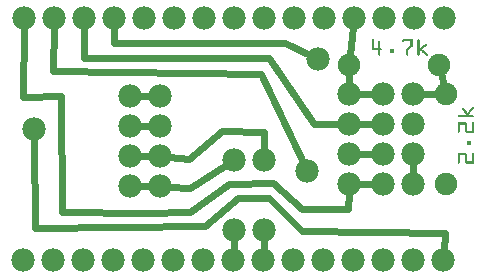
<source format=gtl>
G04 MADE WITH FRITZING*
G04 WWW.FRITZING.ORG*
G04 DOUBLE SIDED*
G04 HOLES PLATED*
G04 CONTOUR ON CENTER OF CONTOUR VECTOR*
%ASAXBY*%
%FSLAX23Y23*%
%MOIN*%
%OFA0B0*%
%SFA1.0B1.0*%
%ADD10C,0.075000*%
%ADD11C,0.078000*%
%ADD12C,0.024000*%
%ADD13R,0.001000X0.001000*%
%LNCOPPER1*%
G90*
G70*
G54D10*
X1147Y718D03*
X1447Y718D03*
X1147Y718D03*
X1447Y718D03*
X1469Y621D03*
X1469Y321D03*
X1469Y621D03*
X1469Y321D03*
G54D11*
X97Y504D03*
X763Y402D03*
X863Y402D03*
X763Y168D03*
X863Y168D03*
X1044Y737D03*
X1007Y366D03*
X417Y614D03*
X417Y514D03*
X417Y414D03*
X417Y314D03*
X417Y614D03*
X417Y514D03*
X417Y414D03*
X417Y314D03*
X517Y314D03*
X517Y414D03*
X517Y514D03*
X517Y614D03*
X1148Y321D03*
X1148Y421D03*
X1148Y521D03*
X1148Y621D03*
X1359Y321D03*
X1359Y421D03*
X1359Y521D03*
X1359Y621D03*
X1359Y321D03*
X1359Y421D03*
X1359Y521D03*
X1359Y621D03*
X1259Y621D03*
X1259Y521D03*
X1259Y421D03*
X1259Y321D03*
X61Y69D03*
X161Y69D03*
X261Y69D03*
X361Y69D03*
X461Y69D03*
X561Y69D03*
X661Y69D03*
X761Y69D03*
X861Y69D03*
X961Y69D03*
X1061Y69D03*
X1161Y69D03*
X1261Y69D03*
X1361Y69D03*
X1461Y69D03*
X64Y874D03*
X164Y874D03*
X264Y874D03*
X364Y874D03*
X464Y874D03*
X564Y874D03*
X664Y874D03*
X764Y874D03*
X864Y874D03*
X964Y874D03*
X1064Y874D03*
X1164Y874D03*
X1264Y874D03*
X1364Y874D03*
X1464Y874D03*
G54D12*
X59Y612D02*
X64Y844D01*
D02*
X188Y614D02*
X59Y612D01*
D02*
X746Y322D02*
X616Y228D01*
D02*
X892Y324D02*
X746Y322D01*
D02*
X991Y239D02*
X892Y324D01*
D02*
X1144Y239D02*
X991Y239D01*
D02*
X1030Y521D02*
X879Y741D01*
D02*
X879Y741D02*
X262Y741D01*
D02*
X262Y741D02*
X264Y844D01*
D02*
X1118Y521D02*
X1030Y521D01*
D02*
X616Y228D02*
X462Y226D01*
D02*
X462Y226D02*
X190Y228D01*
D02*
X190Y228D02*
X188Y614D01*
D02*
X1146Y291D02*
X1144Y239D01*
D02*
X1178Y321D02*
X1228Y321D01*
D02*
X1359Y352D02*
X1359Y391D01*
D02*
X1147Y720D02*
X1161Y844D01*
D02*
X1453Y691D02*
X1463Y649D01*
D02*
X1441Y621D02*
X1389Y621D01*
D02*
X1147Y651D02*
X1147Y720D01*
D02*
X763Y138D02*
X762Y99D01*
D02*
X863Y138D02*
X862Y99D01*
D02*
X362Y792D02*
X363Y844D01*
D02*
X932Y790D02*
X362Y792D01*
D02*
X1017Y750D02*
X932Y790D01*
D02*
X1147Y690D02*
X1147Y651D01*
D02*
X854Y688D02*
X161Y697D01*
D02*
X161Y697D02*
X164Y844D01*
D02*
X994Y393D02*
X854Y688D01*
D02*
X614Y404D02*
X724Y498D01*
D02*
X1466Y158D02*
X1463Y99D01*
D02*
X991Y163D02*
X1466Y158D01*
D02*
X879Y273D02*
X991Y163D01*
D02*
X777Y273D02*
X879Y273D01*
D02*
X667Y180D02*
X777Y273D01*
D02*
X99Y175D02*
X667Y180D01*
D02*
X97Y474D02*
X99Y175D01*
D02*
X724Y498D02*
X862Y495D01*
D02*
X862Y495D02*
X863Y432D01*
D02*
X547Y411D02*
X614Y404D01*
D02*
X618Y307D02*
X738Y386D01*
D02*
X547Y312D02*
X618Y307D01*
D02*
X1178Y521D02*
X1228Y521D01*
D02*
X1228Y421D02*
X1178Y421D01*
D02*
X1178Y621D02*
X1228Y621D01*
D02*
X447Y614D02*
X486Y614D01*
D02*
X447Y514D02*
X486Y514D01*
D02*
X447Y414D02*
X486Y414D01*
D02*
X447Y314D02*
X486Y314D01*
G54D13*
X1225Y803D02*
X1229Y803D01*
X1326Y803D02*
X1359Y803D01*
X1377Y803D02*
X1380Y803D01*
X1224Y802D02*
X1229Y802D01*
X1325Y802D02*
X1359Y802D01*
X1376Y802D02*
X1381Y802D01*
X1224Y801D02*
X1230Y801D01*
X1324Y801D02*
X1359Y801D01*
X1376Y801D02*
X1381Y801D01*
X1224Y800D02*
X1230Y800D01*
X1324Y800D02*
X1359Y800D01*
X1375Y800D02*
X1382Y800D01*
X1224Y799D02*
X1230Y799D01*
X1324Y799D02*
X1359Y799D01*
X1375Y799D02*
X1382Y799D01*
X1224Y798D02*
X1230Y798D01*
X1324Y798D02*
X1359Y798D01*
X1375Y798D02*
X1382Y798D01*
X1224Y797D02*
X1230Y797D01*
X1246Y797D02*
X1250Y797D01*
X1324Y797D02*
X1359Y797D01*
X1375Y797D02*
X1382Y797D01*
X1224Y796D02*
X1230Y796D01*
X1245Y796D02*
X1250Y796D01*
X1325Y796D02*
X1330Y796D01*
X1352Y796D02*
X1359Y796D01*
X1375Y796D02*
X1382Y796D01*
X1224Y795D02*
X1230Y795D01*
X1245Y795D02*
X1251Y795D01*
X1325Y795D02*
X1330Y795D01*
X1352Y795D02*
X1359Y795D01*
X1375Y795D02*
X1382Y795D01*
X1224Y794D02*
X1230Y794D01*
X1245Y794D02*
X1251Y794D01*
X1326Y794D02*
X1328Y794D01*
X1352Y794D02*
X1359Y794D01*
X1375Y794D02*
X1382Y794D01*
X1224Y793D02*
X1230Y793D01*
X1245Y793D02*
X1251Y793D01*
X1352Y793D02*
X1359Y793D01*
X1375Y793D02*
X1382Y793D01*
X1224Y792D02*
X1230Y792D01*
X1245Y792D02*
X1251Y792D01*
X1352Y792D02*
X1359Y792D01*
X1375Y792D02*
X1382Y792D01*
X1224Y791D02*
X1230Y791D01*
X1245Y791D02*
X1251Y791D01*
X1352Y791D02*
X1359Y791D01*
X1375Y791D02*
X1382Y791D01*
X1224Y790D02*
X1230Y790D01*
X1245Y790D02*
X1251Y790D01*
X1352Y790D02*
X1359Y790D01*
X1375Y790D02*
X1382Y790D01*
X1224Y789D02*
X1230Y789D01*
X1245Y789D02*
X1251Y789D01*
X1352Y789D02*
X1359Y789D01*
X1375Y789D02*
X1382Y789D01*
X1224Y788D02*
X1230Y788D01*
X1245Y788D02*
X1251Y788D01*
X1352Y788D02*
X1359Y788D01*
X1375Y788D02*
X1382Y788D01*
X1401Y788D02*
X1405Y788D01*
X1224Y787D02*
X1230Y787D01*
X1245Y787D02*
X1251Y787D01*
X1352Y787D02*
X1359Y787D01*
X1375Y787D02*
X1382Y787D01*
X1400Y787D02*
X1406Y787D01*
X1224Y786D02*
X1230Y786D01*
X1245Y786D02*
X1251Y786D01*
X1352Y786D02*
X1359Y786D01*
X1375Y786D02*
X1382Y786D01*
X1399Y786D02*
X1406Y786D01*
X1224Y785D02*
X1230Y785D01*
X1245Y785D02*
X1251Y785D01*
X1352Y785D02*
X1359Y785D01*
X1375Y785D02*
X1382Y785D01*
X1398Y785D02*
X1406Y785D01*
X1224Y784D02*
X1230Y784D01*
X1245Y784D02*
X1251Y784D01*
X1352Y784D02*
X1359Y784D01*
X1375Y784D02*
X1382Y784D01*
X1397Y784D02*
X1406Y784D01*
X1224Y783D02*
X1230Y783D01*
X1245Y783D02*
X1251Y783D01*
X1351Y783D02*
X1359Y783D01*
X1375Y783D02*
X1382Y783D01*
X1395Y783D02*
X1405Y783D01*
X1224Y782D02*
X1230Y782D01*
X1245Y782D02*
X1251Y782D01*
X1350Y782D02*
X1358Y782D01*
X1375Y782D02*
X1382Y782D01*
X1394Y782D02*
X1404Y782D01*
X1224Y781D02*
X1230Y781D01*
X1245Y781D02*
X1251Y781D01*
X1349Y781D02*
X1358Y781D01*
X1375Y781D02*
X1382Y781D01*
X1393Y781D02*
X1403Y781D01*
X1224Y780D02*
X1230Y780D01*
X1245Y780D02*
X1251Y780D01*
X1348Y780D02*
X1358Y780D01*
X1375Y780D02*
X1382Y780D01*
X1392Y780D02*
X1402Y780D01*
X1224Y779D02*
X1230Y779D01*
X1245Y779D02*
X1251Y779D01*
X1347Y779D02*
X1357Y779D01*
X1375Y779D02*
X1382Y779D01*
X1391Y779D02*
X1401Y779D01*
X1224Y778D02*
X1230Y778D01*
X1245Y778D02*
X1251Y778D01*
X1345Y778D02*
X1356Y778D01*
X1375Y778D02*
X1382Y778D01*
X1390Y778D02*
X1400Y778D01*
X1224Y777D02*
X1230Y777D01*
X1245Y777D02*
X1251Y777D01*
X1344Y777D02*
X1354Y777D01*
X1375Y777D02*
X1382Y777D01*
X1388Y777D02*
X1398Y777D01*
X1224Y776D02*
X1230Y776D01*
X1245Y776D02*
X1251Y776D01*
X1343Y776D02*
X1353Y776D01*
X1375Y776D02*
X1382Y776D01*
X1387Y776D02*
X1397Y776D01*
X1224Y775D02*
X1230Y775D01*
X1245Y775D02*
X1251Y775D01*
X1342Y775D02*
X1352Y775D01*
X1375Y775D02*
X1382Y775D01*
X1386Y775D02*
X1396Y775D01*
X1224Y774D02*
X1230Y774D01*
X1245Y774D02*
X1251Y774D01*
X1341Y774D02*
X1351Y774D01*
X1375Y774D02*
X1382Y774D01*
X1385Y774D02*
X1395Y774D01*
X1224Y773D02*
X1253Y773D01*
X1340Y773D02*
X1350Y773D01*
X1375Y773D02*
X1382Y773D01*
X1384Y773D02*
X1394Y773D01*
X1224Y772D02*
X1254Y772D01*
X1339Y772D02*
X1348Y772D01*
X1375Y772D02*
X1393Y772D01*
X1224Y771D02*
X1254Y771D01*
X1338Y771D02*
X1347Y771D01*
X1375Y771D02*
X1391Y771D01*
X1224Y770D02*
X1255Y770D01*
X1285Y770D02*
X1295Y770D01*
X1338Y770D02*
X1346Y770D01*
X1375Y770D02*
X1391Y770D01*
X1224Y769D02*
X1254Y769D01*
X1284Y769D02*
X1296Y769D01*
X1338Y769D02*
X1345Y769D01*
X1375Y769D02*
X1392Y769D01*
X1224Y768D02*
X1254Y768D01*
X1284Y768D02*
X1297Y768D01*
X1338Y768D02*
X1344Y768D01*
X1375Y768D02*
X1393Y768D01*
X1224Y767D02*
X1252Y767D01*
X1284Y767D02*
X1297Y767D01*
X1338Y767D02*
X1344Y767D01*
X1375Y767D02*
X1394Y767D01*
X1245Y766D02*
X1251Y766D01*
X1284Y766D02*
X1297Y766D01*
X1338Y766D02*
X1344Y766D01*
X1375Y766D02*
X1395Y766D01*
X1245Y765D02*
X1251Y765D01*
X1284Y765D02*
X1297Y765D01*
X1338Y765D02*
X1344Y765D01*
X1375Y765D02*
X1384Y765D01*
X1387Y765D02*
X1397Y765D01*
X1245Y764D02*
X1251Y764D01*
X1284Y764D02*
X1297Y764D01*
X1338Y764D02*
X1344Y764D01*
X1375Y764D02*
X1383Y764D01*
X1388Y764D02*
X1398Y764D01*
X1245Y763D02*
X1251Y763D01*
X1284Y763D02*
X1297Y763D01*
X1338Y763D02*
X1344Y763D01*
X1375Y763D02*
X1382Y763D01*
X1389Y763D02*
X1399Y763D01*
X1245Y762D02*
X1251Y762D01*
X1284Y762D02*
X1297Y762D01*
X1338Y762D02*
X1344Y762D01*
X1375Y762D02*
X1382Y762D01*
X1390Y762D02*
X1400Y762D01*
X1245Y761D02*
X1251Y761D01*
X1284Y761D02*
X1297Y761D01*
X1338Y761D02*
X1344Y761D01*
X1375Y761D02*
X1382Y761D01*
X1391Y761D02*
X1401Y761D01*
X1245Y760D02*
X1251Y760D01*
X1284Y760D02*
X1297Y760D01*
X1338Y760D02*
X1344Y760D01*
X1375Y760D02*
X1382Y760D01*
X1392Y760D02*
X1402Y760D01*
X1245Y759D02*
X1251Y759D01*
X1285Y759D02*
X1296Y759D01*
X1338Y759D02*
X1344Y759D01*
X1375Y759D02*
X1382Y759D01*
X1394Y759D02*
X1404Y759D01*
X1245Y758D02*
X1251Y758D01*
X1286Y758D02*
X1295Y758D01*
X1338Y758D02*
X1344Y758D01*
X1375Y758D02*
X1382Y758D01*
X1395Y758D02*
X1405Y758D01*
X1245Y757D02*
X1251Y757D01*
X1338Y757D02*
X1344Y757D01*
X1375Y757D02*
X1382Y757D01*
X1396Y757D02*
X1406Y757D01*
X1245Y756D02*
X1251Y756D01*
X1338Y756D02*
X1344Y756D01*
X1375Y756D02*
X1382Y756D01*
X1397Y756D02*
X1407Y756D01*
X1245Y755D02*
X1251Y755D01*
X1338Y755D02*
X1344Y755D01*
X1375Y755D02*
X1382Y755D01*
X1398Y755D02*
X1408Y755D01*
X1245Y754D02*
X1251Y754D01*
X1338Y754D02*
X1344Y754D01*
X1375Y754D02*
X1382Y754D01*
X1399Y754D02*
X1409Y754D01*
X1245Y753D02*
X1251Y753D01*
X1338Y753D02*
X1344Y753D01*
X1375Y753D02*
X1382Y753D01*
X1401Y753D02*
X1409Y753D01*
X1245Y752D02*
X1251Y752D01*
X1338Y752D02*
X1344Y752D01*
X1375Y752D02*
X1382Y752D01*
X1402Y752D02*
X1410Y752D01*
X1245Y751D02*
X1251Y751D01*
X1339Y751D02*
X1344Y751D01*
X1376Y751D02*
X1381Y751D01*
X1403Y751D02*
X1409Y751D01*
X1246Y750D02*
X1250Y750D01*
X1339Y750D02*
X1344Y750D01*
X1376Y750D02*
X1381Y750D01*
X1404Y750D02*
X1409Y750D01*
X1247Y749D02*
X1249Y749D01*
X1341Y749D02*
X1342Y749D01*
X1378Y749D02*
X1379Y749D01*
X1406Y749D02*
X1407Y749D01*
X1559Y578D02*
X1560Y578D01*
X1558Y577D02*
X1562Y577D01*
X1557Y576D02*
X1562Y576D01*
X1556Y575D02*
X1563Y575D01*
X1525Y574D02*
X1528Y574D01*
X1555Y574D02*
X1563Y574D01*
X1524Y573D02*
X1529Y573D01*
X1554Y573D02*
X1562Y573D01*
X1524Y572D02*
X1530Y572D01*
X1553Y572D02*
X1562Y572D01*
X1524Y571D02*
X1531Y571D01*
X1552Y571D02*
X1561Y571D01*
X1524Y570D02*
X1532Y570D01*
X1552Y570D02*
X1560Y570D01*
X1524Y569D02*
X1533Y569D01*
X1551Y569D02*
X1559Y569D01*
X1525Y568D02*
X1534Y568D01*
X1550Y568D02*
X1558Y568D01*
X1526Y567D02*
X1534Y567D01*
X1549Y567D02*
X1557Y567D01*
X1527Y566D02*
X1535Y566D01*
X1548Y566D02*
X1557Y566D01*
X1528Y565D02*
X1536Y565D01*
X1547Y565D02*
X1556Y565D01*
X1529Y564D02*
X1537Y564D01*
X1546Y564D02*
X1555Y564D01*
X1529Y563D02*
X1538Y563D01*
X1546Y563D02*
X1554Y563D01*
X1530Y562D02*
X1539Y562D01*
X1545Y562D02*
X1553Y562D01*
X1531Y561D02*
X1540Y561D01*
X1544Y561D02*
X1552Y561D01*
X1532Y560D02*
X1540Y560D01*
X1543Y560D02*
X1551Y560D01*
X1533Y559D02*
X1551Y559D01*
X1534Y558D02*
X1550Y558D01*
X1535Y557D02*
X1549Y557D01*
X1535Y556D02*
X1548Y556D01*
X1536Y555D02*
X1547Y555D01*
X1537Y554D02*
X1546Y554D01*
X1538Y553D02*
X1546Y553D01*
X1539Y552D02*
X1547Y552D01*
X1540Y551D02*
X1548Y551D01*
X1511Y550D02*
X1560Y550D01*
X1510Y549D02*
X1562Y549D01*
X1509Y548D02*
X1562Y548D01*
X1509Y547D02*
X1563Y547D01*
X1509Y546D02*
X1563Y546D01*
X1509Y545D02*
X1562Y545D01*
X1510Y544D02*
X1562Y544D01*
X1514Y527D02*
X1533Y527D01*
X1559Y527D02*
X1560Y527D01*
X1512Y526D02*
X1535Y526D01*
X1558Y526D02*
X1562Y526D01*
X1511Y525D02*
X1537Y525D01*
X1557Y525D02*
X1562Y525D01*
X1510Y524D02*
X1537Y524D01*
X1557Y524D02*
X1563Y524D01*
X1509Y523D02*
X1538Y523D01*
X1557Y523D02*
X1563Y523D01*
X1509Y522D02*
X1538Y522D01*
X1557Y522D02*
X1563Y522D01*
X1509Y521D02*
X1539Y521D01*
X1557Y521D02*
X1563Y521D01*
X1509Y520D02*
X1539Y520D01*
X1557Y520D02*
X1563Y520D01*
X1509Y519D02*
X1515Y519D01*
X1533Y519D02*
X1539Y519D01*
X1557Y519D02*
X1563Y519D01*
X1509Y518D02*
X1515Y518D01*
X1533Y518D02*
X1539Y518D01*
X1557Y518D02*
X1563Y518D01*
X1509Y517D02*
X1515Y517D01*
X1533Y517D02*
X1539Y517D01*
X1557Y517D02*
X1563Y517D01*
X1509Y516D02*
X1515Y516D01*
X1533Y516D02*
X1539Y516D01*
X1557Y516D02*
X1563Y516D01*
X1509Y515D02*
X1515Y515D01*
X1533Y515D02*
X1539Y515D01*
X1557Y515D02*
X1563Y515D01*
X1509Y514D02*
X1515Y514D01*
X1533Y514D02*
X1539Y514D01*
X1557Y514D02*
X1563Y514D01*
X1509Y513D02*
X1515Y513D01*
X1533Y513D02*
X1539Y513D01*
X1557Y513D02*
X1563Y513D01*
X1509Y512D02*
X1515Y512D01*
X1533Y512D02*
X1539Y512D01*
X1557Y512D02*
X1563Y512D01*
X1509Y511D02*
X1515Y511D01*
X1533Y511D02*
X1539Y511D01*
X1557Y511D02*
X1563Y511D01*
X1509Y510D02*
X1515Y510D01*
X1533Y510D02*
X1539Y510D01*
X1557Y510D02*
X1563Y510D01*
X1509Y509D02*
X1515Y509D01*
X1533Y509D02*
X1539Y509D01*
X1557Y509D02*
X1563Y509D01*
X1509Y508D02*
X1515Y508D01*
X1533Y508D02*
X1539Y508D01*
X1557Y508D02*
X1563Y508D01*
X1509Y507D02*
X1515Y507D01*
X1533Y507D02*
X1539Y507D01*
X1557Y507D02*
X1563Y507D01*
X1509Y506D02*
X1515Y506D01*
X1533Y506D02*
X1539Y506D01*
X1557Y506D02*
X1563Y506D01*
X1509Y505D02*
X1515Y505D01*
X1533Y505D02*
X1539Y505D01*
X1557Y505D02*
X1563Y505D01*
X1509Y504D02*
X1515Y504D01*
X1533Y504D02*
X1539Y504D01*
X1557Y504D02*
X1563Y504D01*
X1509Y503D02*
X1515Y503D01*
X1533Y503D02*
X1539Y503D01*
X1557Y503D02*
X1563Y503D01*
X1509Y502D02*
X1515Y502D01*
X1533Y502D02*
X1539Y502D01*
X1557Y502D02*
X1563Y502D01*
X1509Y501D02*
X1515Y501D01*
X1533Y501D02*
X1539Y501D01*
X1557Y501D02*
X1563Y501D01*
X1509Y500D02*
X1515Y500D01*
X1533Y500D02*
X1539Y500D01*
X1557Y500D02*
X1563Y500D01*
X1509Y499D02*
X1515Y499D01*
X1533Y499D02*
X1563Y499D01*
X1509Y498D02*
X1515Y498D01*
X1533Y498D02*
X1563Y498D01*
X1509Y497D02*
X1515Y497D01*
X1533Y497D02*
X1563Y497D01*
X1509Y496D02*
X1515Y496D01*
X1533Y496D02*
X1563Y496D01*
X1509Y495D02*
X1515Y495D01*
X1534Y495D02*
X1563Y495D01*
X1509Y494D02*
X1514Y494D01*
X1535Y494D02*
X1563Y494D01*
X1510Y493D02*
X1514Y493D01*
X1536Y493D02*
X1563Y493D01*
X1539Y492D02*
X1562Y492D01*
X1543Y465D02*
X1552Y465D01*
X1542Y464D02*
X1553Y464D01*
X1542Y463D02*
X1554Y463D01*
X1542Y462D02*
X1554Y462D01*
X1542Y461D02*
X1554Y461D01*
X1542Y460D02*
X1554Y460D01*
X1542Y459D02*
X1554Y459D01*
X1542Y458D02*
X1554Y458D01*
X1542Y457D02*
X1554Y457D01*
X1542Y456D02*
X1554Y456D01*
X1542Y455D02*
X1554Y455D01*
X1542Y454D02*
X1554Y454D01*
X1542Y453D02*
X1553Y453D01*
X1543Y452D02*
X1552Y452D01*
X1512Y424D02*
X1535Y424D01*
X1558Y424D02*
X1562Y424D01*
X1511Y423D02*
X1536Y423D01*
X1557Y423D02*
X1562Y423D01*
X1510Y422D02*
X1537Y422D01*
X1557Y422D02*
X1563Y422D01*
X1509Y421D02*
X1538Y421D01*
X1557Y421D02*
X1563Y421D01*
X1509Y420D02*
X1538Y420D01*
X1557Y420D02*
X1563Y420D01*
X1509Y419D02*
X1539Y419D01*
X1557Y419D02*
X1563Y419D01*
X1509Y418D02*
X1539Y418D01*
X1557Y418D02*
X1563Y418D01*
X1509Y417D02*
X1515Y417D01*
X1533Y417D02*
X1539Y417D01*
X1557Y417D02*
X1563Y417D01*
X1509Y416D02*
X1515Y416D01*
X1533Y416D02*
X1539Y416D01*
X1557Y416D02*
X1563Y416D01*
X1509Y415D02*
X1515Y415D01*
X1533Y415D02*
X1539Y415D01*
X1557Y415D02*
X1563Y415D01*
X1509Y414D02*
X1515Y414D01*
X1533Y414D02*
X1539Y414D01*
X1557Y414D02*
X1563Y414D01*
X1509Y413D02*
X1515Y413D01*
X1533Y413D02*
X1539Y413D01*
X1557Y413D02*
X1563Y413D01*
X1509Y412D02*
X1515Y412D01*
X1533Y412D02*
X1539Y412D01*
X1557Y412D02*
X1563Y412D01*
X1509Y411D02*
X1515Y411D01*
X1533Y411D02*
X1539Y411D01*
X1557Y411D02*
X1563Y411D01*
X1509Y410D02*
X1515Y410D01*
X1533Y410D02*
X1539Y410D01*
X1557Y410D02*
X1563Y410D01*
X1509Y409D02*
X1515Y409D01*
X1533Y409D02*
X1539Y409D01*
X1557Y409D02*
X1563Y409D01*
X1509Y408D02*
X1515Y408D01*
X1533Y408D02*
X1539Y408D01*
X1557Y408D02*
X1563Y408D01*
X1509Y407D02*
X1515Y407D01*
X1533Y407D02*
X1539Y407D01*
X1557Y407D02*
X1563Y407D01*
X1509Y406D02*
X1515Y406D01*
X1533Y406D02*
X1539Y406D01*
X1557Y406D02*
X1563Y406D01*
X1509Y405D02*
X1515Y405D01*
X1533Y405D02*
X1539Y405D01*
X1557Y405D02*
X1563Y405D01*
X1509Y404D02*
X1515Y404D01*
X1533Y404D02*
X1539Y404D01*
X1557Y404D02*
X1563Y404D01*
X1509Y403D02*
X1515Y403D01*
X1533Y403D02*
X1539Y403D01*
X1557Y403D02*
X1563Y403D01*
X1509Y402D02*
X1515Y402D01*
X1533Y402D02*
X1539Y402D01*
X1557Y402D02*
X1563Y402D01*
X1509Y401D02*
X1515Y401D01*
X1533Y401D02*
X1539Y401D01*
X1557Y401D02*
X1563Y401D01*
X1509Y400D02*
X1515Y400D01*
X1533Y400D02*
X1539Y400D01*
X1557Y400D02*
X1563Y400D01*
X1509Y399D02*
X1515Y399D01*
X1533Y399D02*
X1539Y399D01*
X1557Y399D02*
X1563Y399D01*
X1509Y398D02*
X1515Y398D01*
X1533Y398D02*
X1539Y398D01*
X1557Y398D02*
X1563Y398D01*
X1509Y397D02*
X1515Y397D01*
X1533Y397D02*
X1539Y397D01*
X1556Y397D02*
X1563Y397D01*
X1509Y396D02*
X1515Y396D01*
X1533Y396D02*
X1563Y396D01*
X1509Y395D02*
X1515Y395D01*
X1533Y395D02*
X1563Y395D01*
X1509Y394D02*
X1515Y394D01*
X1533Y394D02*
X1563Y394D01*
X1509Y393D02*
X1515Y393D01*
X1534Y393D02*
X1563Y393D01*
X1509Y392D02*
X1514Y392D01*
X1535Y392D02*
X1563Y392D01*
X1510Y391D02*
X1514Y391D01*
X1536Y391D02*
X1563Y391D01*
X1511Y390D02*
X1512Y390D01*
X1538Y390D02*
X1563Y390D01*
D02*
G04 End of Copper1*
M02*
</source>
